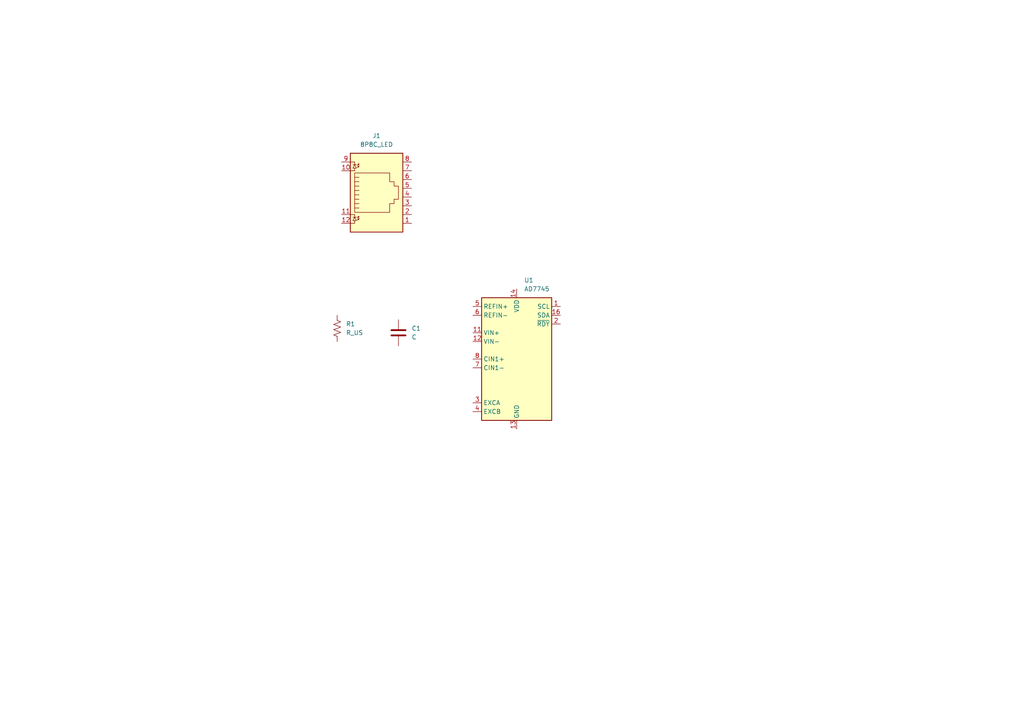
<source format=kicad_sch>
(kicad_sch (version 20250114) (generator "eeschema") (generator_version "9.0")
  (paper "A4")
  (lib_symbols
    (symbol "Analog_ADC:AD7745"
      (property "Reference" "U" (at -10.16 18.415 0))
      (property "Value" "AD7745" (at 10.16 18.415 0))
      (symbol "AD7745_0_1"
        (rectangle (start -10.16 17.78) (end 10.16 -17.78) (stroke (width 0.254)) (fill (type background)))
      )
      (symbol "AD7745_1_1"
        (pin input line (at -12.7 15.24 0) (length 2.54) (name "REFIN+") (number "5"))
        (pin input line (at -12.7 12.7 0) (length 2.54) (name "REFIN-") (number "6"))
        (pin input line (at -12.7 7.62 0) (length 2.54) (name "VIN+") (number "11"))
        (pin input line (at -12.7 5.08 0) (length 2.54) (name "VIN-") (number "12"))
        (pin passive line (at -12.7 0 0) (length 2.54) (name "CIN1+") (number "8"))
        (pin passive line (at -12.7 -2.54 0) (length 2.54) (name "CIN1-") (number "7"))
        (pin output line (at -12.7 -12.7 0) (length 2.54) (name "EXCA") (number "3"))
        (pin output line (at -12.7 -15.24 0) (length 2.54) (name "EXCB") (number "4"))
        (pin no_connect line (at -10.16 -5.08 0) (length 2.54) (hide yes) (name "NC") (number "9"))
        (pin no_connect line (at -10.16 -7.62 0) (length 2.54) (hide yes) (name "NC") (number "10"))
        (pin power_in line (at 0 20.32 270) (length 2.54) (name "VDD") (number "14"))
        (pin power_in line (at 0 -20.32 90) (length 2.54) (name "GND") (number "13"))
        (pin no_connect line (at 10.16 -15.24 180) (length 2.54) (hide yes) (name "NC") (number "15"))
        (pin input line (at 12.7 15.24 180) (length 2.54) (name "SCL") (number "1"))
        (pin bidirectional line (at 12.7 12.7 180) (length 2.54) (name "SDA") (number "16"))
        (pin output line (at 12.7 10.16 180) (length 2.54) (name "~{RDY}") (number "2"))
      )
    )
    (symbol "Connector:8P8C_LED" (pin_names (offset 1.016))
      (property "Reference" "J" (at -5.08 13.97 0))
      (property "Value" "8P8C_LED" (at 1.27 13.97 0))
      (symbol "8P8C_LED_0_1"
        (polyline (pts (xy -7.62 10.16) (xy -6.35 10.16)))
        (polyline (pts (xy -7.62 7.62) (xy -6.35 7.62)))
        (polyline (pts (xy -7.62 -5.08) (xy -6.35 -5.08)))
        (polyline (pts (xy -7.62 -7.62) (xy -6.35 -7.62)))
        (polyline (pts (xy -6.858 9.398) (xy -5.842 9.398)))
        (polyline (pts (xy -6.858 -5.842) (xy -5.842 -5.842)))
        (polyline (pts (xy -6.35 10.16) (xy -6.35 9.398)))
        (polyline (pts (xy -6.35 9.398) (xy -6.858 8.382) (xy -5.842 8.382) (xy -6.35 9.398)))
        (polyline (pts (xy -6.35 7.62) (xy -6.35 8.382)))
        (polyline (pts (xy -6.35 1.905) (xy -5.08 1.905) (xy -5.08 1.905)))
        (polyline (pts (xy -6.35 0.635) (xy -5.08 0.635) (xy -5.08 0.635)))
        (polyline (pts (xy -6.35 -0.635) (xy -5.08 -0.635) (xy -5.08 -0.635)))
        (polyline (pts (xy -6.35 -1.905) (xy -5.08 -1.905) (xy -5.08 -1.905)))
        (polyline (pts (xy -6.35 -3.175) (xy -5.08 -3.175) (xy -5.08 -3.175)))
        (polyline (pts (xy -6.35 -4.445) (xy -6.35 6.985) (xy 3.81 6.985) (xy 3.81 4.445) (xy 5.08 4.445) (xy 5.08 3.175) (xy 6.35 3.175) (xy 6.35 -0.635) (xy 5.08 -0.635) (xy 5.08 -1.905) (xy 3.81 -1.905) (xy 3.81 -4.445) (xy -6.35 -4.445) (xy -6.35 -4.445)))
        (polyline (pts (xy -6.35 -5.08) (xy -6.35 -5.842)))
        (polyline (pts (xy -6.35 -5.842) (xy -6.858 -6.858) (xy -5.842 -6.858) (xy -6.35 -5.842)))
        (polyline (pts (xy -6.35 -7.62) (xy -6.35 -6.858)))
        (polyline (pts (xy -5.588 9.144) (xy -5.08 9.652) (xy -5.461 9.525)))
        (polyline (pts (xy -5.588 8.509) (xy -5.08 9.017) (xy -5.461 8.89)))
        (polyline (pts (xy -5.588 -6.096) (xy -5.08 -5.588) (xy -5.461 -5.715)))
        (polyline (pts (xy -5.588 -6.731) (xy -5.08 -6.223) (xy -5.461 -6.35)))
        (polyline (pts (xy -5.08 9.652) (xy -5.207 9.271)))
        (polyline (pts (xy -5.08 9.017) (xy -5.207 8.636)))
        (polyline (pts (xy -5.08 5.715) (xy -6.35 5.715)))
        (polyline (pts (xy -5.08 4.445) (xy -6.35 4.445)))
        (polyline (pts (xy -5.08 3.175) (xy -6.35 3.175) (xy -6.35 3.175)))
        (polyline (pts (xy -5.08 -5.588) (xy -5.207 -5.969)))
        (polyline (pts (xy -5.08 -6.223) (xy -5.207 -6.604)))
        (rectangle (start 7.62 12.7) (end -7.62 -10.16) (stroke (width 0.254)) (fill (type background)))
      )
      (symbol "8P8C_LED_1_1"
        (pin passive line (at -10.16 10.16 0) (length 2.54) (name "~") (number "9"))
        (pin passive line (at -10.16 7.62 0) (length 2.54) (name "~") (number "10"))
        (pin passive line (at -10.16 -5.08 0) (length 2.54) (name "~") (number "11"))
        (pin passive line (at -10.16 -7.62 0) (length 2.54) (name "~") (number "12"))
        (pin passive line (at 10.16 10.16 180) (length 2.54) (name "~") (number "8"))
        (pin passive line (at 10.16 7.62 180) (length 2.54) (name "~") (number "7"))
        (pin passive line (at 10.16 5.08 180) (length 2.54) (name "~") (number "6"))
        (pin passive line (at 10.16 2.54 180) (length 2.54) (name "~") (number "5"))
        (pin passive line (at 10.16 0 180) (length 2.54) (name "~") (number "4"))
        (pin passive line (at 10.16 -2.54 180) (length 2.54) (name "~") (number "3"))
        (pin passive line (at 10.16 -5.08 180) (length 2.54) (name "~") (number "2"))
        (pin passive line (at 10.16 -7.62 180) (length 2.54) (name "~") (number "1"))
      )
    )
    (symbol "Device:C" (pin_numbers (hide yes)) (pin_names (offset 0.254))
      (property "Reference" "C" (at 0.635 2.54 0))
      (property "Value" "C" (at 0.635 -2.54 0))
      (symbol "C_0_1"
        (polyline (pts (xy -2.032 0.762) (xy 2.032 0.762)) (stroke (width 0.508)))
        (polyline (pts (xy -2.032 -0.762) (xy 2.032 -0.762)) (stroke (width 0.508)))
      )
      (symbol "C_1_1"
        (pin passive line (at 0 3.81 270) (length 2.794) (name "~") (number "1"))
        (pin passive line (at 0 -3.81 90) (length 2.794) (name "~") (number "2"))
      )
    )
    (symbol "Device:R_US" (pin_numbers (hide yes)) (pin_names (offset 0))
      (property "Reference" "R" (at 2.54 0 90))
      (property "Value" "R_US" (at -2.54 0 90))
      (symbol "R_US_0_1"
        (polyline (pts (xy 0 2.286) (xy 0 2.54)))
        (polyline (pts (xy 0 2.286) (xy 1.016 1.905) (xy 0 1.524) (xy -1.016 1.143) (xy 0 0.762)))
        (polyline (pts (xy 0 0.762) (xy 1.016 0.381) (xy 0 0) (xy -1.016 -0.381) (xy 0 -0.762)))
        (polyline (pts (xy 0 -0.762) (xy 1.016 -1.143) (xy 0 -1.524) (xy -1.016 -1.905) (xy 0 -2.286)))
        (polyline (pts (xy 0 -2.286) (xy 0 -2.54)))
      )
      (symbol "R_US_1_1"
        (pin passive line (at 0 3.81 270) (length 1.27) (name "~") (number "1"))
        (pin passive line (at 0 -3.81 90) (length 1.27) (name "~") (number "2"))
      )
    )
  )
  (symbol (lib_id "Device:C") (at 115.57 96.52 0) (unit 1)
    (property "Reference" "C1" (at 119.38 95.2499 0) (effects (justify left)))
    (property "Value" "C" (at 119.38 97.7899 0) (effects (justify left)))
    (property "Footprint" "Capacitor_THT:CP_Axial_L18.0mm_D10.0mm_P25.00mm_Horizontal" (effects (hide yes)))
    (property "Description" "Unpolarized capacitor" (effects (hide yes)))
  )
  (symbol (lib_id "Connector:8P8C_LED") (at 109.22 57.15 0) (unit 1)
    (property "Reference" "J1" (at 109.22 39.37 0))
    (property "Value" "8P8C_LED" (at 109.22 41.91 0))
    (property "Footprint" "Connector_RJ:RJ45_Amphenol_RJMG1BD3B8K1ANR" (effects (hide yes)))
    (property "Description" "RJ connector, 8P8C (8 positions 8 connected), two LEDs, RJ45" (effects (hide yes)))
  )
  (symbol (lib_id "Analog_ADC:AD7745") (at 149.86 104.14 0) (unit 1)
    (property "Reference" "U1" (at 152.0033 81.28 0) (effects (justify left)))
    (property "Value" "AD7745" (at 152.0033 83.82 0) (effects (justify left)))
    (property "Footprint" "Package_SO:TSSOP-16_4.4x5mm_P0.65mm" (effects (hide yes)))
    (property "Datasheet" "https://www.analog.com/media/en/technical-documentation/data-sheets/AD7745_7746.pdf" (effects (hide yes)))
    (property "Description" "24-bit capacitance-to-digital converter with temperature sensor, TSSOP-16" (effects (hide yes)))
  )
  (symbol (lib_id "Device:R_US") (at 97.79 95.25 0) (unit 1)
    (property "Reference" "R1" (at 100.33 93.9799 0) (effects (justify left)))
    (property "Value" "R_US" (at 100.33 96.5199 0) (effects (justify left)))
    (property "Footprint" "Resistor_THT:R_Axial_DIN0204_L3.6mm_D1.6mm_P7.62mm_Horizontal" (effects (hide yes)))
    (property "Description" "Resistor, US symbol" (effects (hide yes)))
  )
)
</source>
